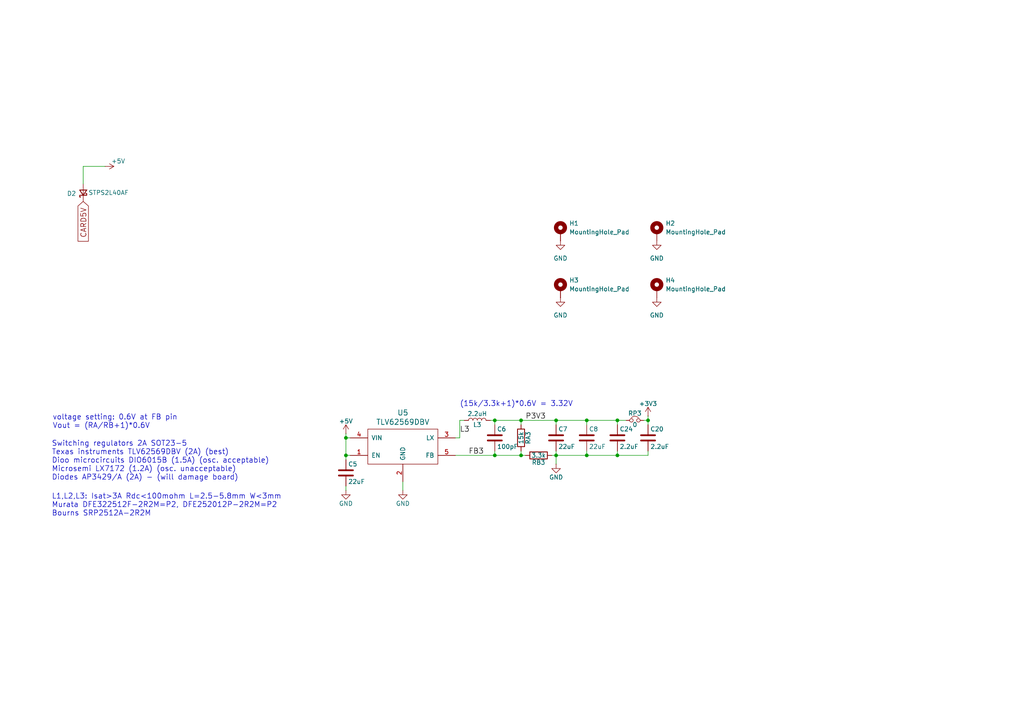
<source format=kicad_sch>
(kicad_sch (version 20250114) (generator "eeschema") (generator_version "9.0")
  (paper "A4")
  (title_block (title "Power Supply - 5V Input, 1.1V/2.5V/3.3V Rails") (date "2025-11-30") (rev "1.0.0") (comment 1 "filtering.") (comment 2 "(I/O). Decoupling capacitors for all FPGA power pins. Ferrite beads on each rail for noise") (comment 3 "Three TLV62569 buck converters generating 1.1V (FPGA core), 2.5V (FPGA aux), and 3.3V") (comment 4 "Power Dual 5V input (USB and Apple II card slot) through Schottky diode OR. "))
  (lib_symbols
    (symbol "Device:C" (pin_numbers (hide yes)) (pin_names (offset 0.254))
      (property "Reference" "C" (at 0.635 2.54 0))
      (property "Value" "C" (at 0.635 -2.54 0))
      (symbol "C_0_1"
        (polyline (pts (xy -2.032 0.762) (xy 2.032 0.762)) (stroke (width 0.508)))
        (polyline (pts (xy -2.032 -0.762) (xy 2.032 -0.762)) (stroke (width 0.508)))
      )
      (symbol "C_1_1"
        (pin passive line (at 0 3.81 270) (length 2.794) (name "~") (number "1"))
        (pin passive line (at 0 -3.81 90) (length 2.794) (name "~") (number "2"))
      )
    )
    (symbol "Device:D_Schottky_Small" (pin_numbers (hide yes)) (pin_names (offset 0.254) (hide yes))
      (property "Reference" "D" (at -1.27 2.032 0))
      (property "Value" "D_Schottky_Small" (at -7.112 -2.032 0))
      (symbol "D_Schottky_Small_0_1"
        (polyline (pts (xy -1.27 0.762) (xy -1.27 1.016) (xy -0.762 1.016) (xy -0.762 -1.016) (xy -0.254 -1.016) (xy -0.254 -0.762)) (stroke (width 0.254)))
        (polyline (pts (xy -0.762 0) (xy 0.762 0)))
        (polyline (pts (xy 0.762 -1.016) (xy -0.762 0) (xy 0.762 1.016) (xy 0.762 -1.016)) (stroke (width 0.254)))
      )
      (symbol "D_Schottky_Small_1_1"
        (pin passive line (at -2.54 0 0) (length 1.778) (name "K") (number "1"))
        (pin passive line (at 2.54 0 180) (length 1.778) (name "A") (number "2"))
      )
    )
    (symbol "Device:Jumper_NC_Small" (pin_numbers (hide yes)) (pin_names (offset 0.762) (hide yes))
      (property "Reference" "JP" (at 0 2.032 0))
      (property "Value" "Device_Jumper_NC_Small" (at 0.254 -1.524 0))
      (symbol "Jumper_NC_Small_0_1"
        (circle (center -1.016 0) (radius 0.508))
        (arc (start -1.016 0.762) (mid 0 1.1828) (end 1.016 0.762))
        (circle (center 1.016 0) (radius 0.508))
        (pin passive line (at -2.54 0 0) (length 1.016) (name "1") (number "1"))
        (pin passive line (at 2.54 0 180) (length 1.016) (name "2") (number "2"))
      )
    )
    (symbol "Device:L" (pin_numbers (hide yes)) (pin_names (offset 1.016) (hide yes))
      (property "Reference" "L" (at -1.27 0 90))
      (property "Value" "L" (at 1.905 0 90))
      (symbol "L_0_1"
        (arc (start 0 2.54) (mid 0.6323 1.905) (end 0 1.27))
        (arc (start 0 1.27) (mid 0.6323 0.635) (end 0 0))
        (arc (start 0 0) (mid 0.6323 -0.635) (end 0 -1.27))
        (arc (start 0 -1.27) (mid 0.6323 -1.905) (end 0 -2.54))
      )
      (symbol "L_1_1"
        (pin passive line (at 0 3.81 270) (length 1.27) (name "1") (number "1"))
        (pin passive line (at 0 -3.81 90) (length 1.27) (name "2") (number "2"))
      )
    )
    (symbol "Device:R" (pin_numbers (hide yes)) (pin_names (offset 0))
      (property "Reference" "R" (at 2.032 0 90))
      (property "Value" "R" (at 0 0 90))
      (symbol "R_0_1"
        (rectangle (start -1.016 -2.54) (end 1.016 2.54) (stroke (width 0.254)))
      )
      (symbol "R_1_1"
        (pin passive line (at 0 3.81 270) (length 1.27) (name "~") (number "1"))
        (pin passive line (at 0 -3.81 90) (length 1.27) (name "~") (number "2"))
      )
    )
    (symbol "Mechanical:MountingHole_Pad" (pin_numbers (hide yes)) (pin_names (offset 1.016) (hide yes)) (in_bom no)
      (property "Reference" "H" (at 0 6.35 0))
      (property "Value" "MountingHole_Pad" (at 0 4.445 0))
      (symbol "MountingHole_Pad_0_1"
        (circle (center 0 1.27) (radius 1.27) (stroke (width 1.27)))
      )
      (symbol "MountingHole_Pad_1_1"
        (pin input line (at 0 -2.54 90) (length 2.54) (name "1") (number "1"))
      )
    )
    (symbol "dcdc:DCDC" (pin_names (offset 1.016))
      (property "Reference" "U" (at 0 3.81 0))
      (property "Value" "DCDC" (at 0 1.27 0))
      (symbol "DCDC_0_1"
        (rectangle (start -10.16 5.08) (end 10.16 -5.08))
      )
      (symbol "DCDC_1_1"
        (pin input line (at -15.24 2.54 0) (length 5.08) (name "VIN") (number "4"))
        (pin input line (at -15.24 -2.54 0) (length 5.08) (name "EN") (number "1"))
        (pin input line (at 0 -10.16 90) (length 5.08) (name "GND") (number "2"))
        (pin input line (at 15.24 2.54 180) (length 5.08) (name "LX") (number "3"))
        (pin input line (at 15.24 -2.54 180) (length 5.08) (name "FB") (number "5"))
      )
    )
    (symbol "power:+3V3" (power) (pin_numbers (hide yes)) (pin_names (offset 0) (hide yes))
      (property "Value" "+3V3" (at 0 3.556 0))
      (symbol "+3V3_0_1"
        (polyline (pts (xy -0.762 1.27) (xy 0 2.54)))
        (polyline (pts (xy 0 2.54) (xy 0.762 1.27)))
        (polyline (pts (xy 0 0) (xy 0 2.54)))
      )
      (symbol "+3V3_1_1"
        (pin power_in line (at 0 0 90) (length 0) (name "~") (number "1"))
      )
    )
    (symbol "power:+5V" (power) (pin_numbers (hide yes)) (pin_names (offset 0) (hide yes))
      (property "Value" "+5V" (at 0 3.556 0))
      (symbol "+5V_0_1"
        (polyline (pts (xy -0.762 1.27) (xy 0 2.54)))
        (polyline (pts (xy 0 2.54) (xy 0.762 1.27)))
        (polyline (pts (xy 0 0) (xy 0 2.54)))
      )
      (symbol "+5V_1_1"
        (pin power_in line (at 0 0 90) (length 0) (name "~") (number "1"))
      )
    )
    (symbol "power:GND" (power) (pin_numbers (hide yes)) (pin_names (offset 0) (hide yes))
      (property "Value" "GND" (at 0 -3.81 0))
      (symbol "GND_0_1"
        (polyline (pts (xy 0 0) (xy 0 -1.27) (xy 1.27 -1.27) (xy 0 -2.54) (xy -1.27 -1.27) (xy 0 -1.27)))
      )
      (symbol "GND_1_1"
        (pin power_in line (at 0 0 270) (length 0) (name "~") (number "1"))
      )
    )
  )
  (text "Switching regulators 2A SOT23-5\nTexas instruments TLV62569DBV (2A) (best)\nDioo microcircuits DIO6015B (1.5A) (osc. acceptable)\nMicrosemi LX7172 (1.2A) (osc. unacceptable)\nDiodes AP3429/A (2A) - (will damage board)\n" (at 14.986 139.446 0) (effects (font (size 1.524 1.524)) (justify left bottom)))
  (text "L1,L2,L3: Isat>3A Rdc<100mohm L=2.5-5.8mm W<3mm\nMurata DFE322512F-2R2M=P2, DFE252012P-2R2M=P2\nBourns SRP2512A-2R2M" (at 14.986 149.86 0) (effects (font (size 1.524 1.524)) (justify left bottom)))
  (text "(15k/3.3k+1)*0.6V = 3.32V\n" (at 133.35 118.11 0) (effects (font (size 1.524 1.524)) (justify left bottom)))
  (text "voltage setting: 0.6V at FB pin\nVout = (RA/RB+1)*0.6V\n" (at 15.24 124.46 0) (effects (font (size 1.524 1.524)) (justify left bottom)))
  (junction (at 143.51 132.08))
  (junction (at 151.13 132.08))
  (junction (at 143.51 121.92))
  (junction (at 161.29 132.08))
  (junction (at 179.07 132.08))
  (junction (at 179.07 121.92))
  (junction (at 161.29 121.92))
  (junction (at 170.18 132.08))
  (junction (at 187.96 121.92))
  (junction (at 170.18 121.92))
  (junction (at 100.33 127))
  (junction (at 100.33 132.08))
  (junction (at 151.13 121.92))
  (wire (pts (xy 151.13 132.08) (xy 151.13 130.81)))
  (wire (pts (xy 161.29 130.81) (xy 161.29 132.08)))
  (wire (pts (xy 100.33 127) (xy 100.33 132.08)))
  (wire (pts (xy 161.29 121.92) (xy 161.29 123.19)))
  (wire (pts (xy 143.51 130.81) (xy 143.51 132.08)))
  (wire (pts (xy 151.13 132.08) (xy 152.4 132.08)))
  (wire (pts (xy 170.18 121.92) (xy 170.18 123.19)))
  (wire (pts (xy 186.69 121.92) (xy 187.96 121.92)))
  (wire (pts (xy 24.13 48.26) (xy 24.13 53.34)))
  (wire (pts (xy 151.13 121.92) (xy 161.29 121.92)))
  (wire (pts (xy 179.07 132.08) (xy 187.96 132.08)))
  (wire (pts (xy 161.29 132.08) (xy 161.29 134.62)))
  (wire (pts (xy 132.08 132.08) (xy 143.51 132.08)))
  (wire (pts (xy 161.29 121.92) (xy 170.18 121.92)))
  (wire (pts (xy 143.51 123.19) (xy 143.51 121.92)))
  (wire (pts (xy 187.96 121.92) (xy 187.96 123.19)))
  (wire (pts (xy 100.33 140.97) (xy 100.33 142.24)))
  (wire (pts (xy 100.33 132.08) (xy 101.6 132.08)))
  (wire (pts (xy 187.96 120.65) (xy 187.96 121.92)))
  (wire (pts (xy 170.18 132.08) (xy 170.18 130.81)))
  (wire (pts (xy 187.96 132.08) (xy 187.96 130.81)))
  (wire (pts (xy 100.33 132.08) (xy 100.33 133.35)))
  (wire (pts (xy 179.07 121.92) (xy 181.61 121.92)))
  (wire (pts (xy 133.35 127) (xy 132.08 127)))
  (wire (pts (xy 179.07 132.08) (xy 179.07 130.81)))
  (wire (pts (xy 151.13 121.92) (xy 151.13 123.19)))
  (wire (pts (xy 143.51 121.92) (xy 151.13 121.92)))
  (wire (pts (xy 143.51 132.08) (xy 151.13 132.08)))
  (wire (pts (xy 100.33 125.73) (xy 100.33 127)))
  (wire (pts (xy 100.33 127) (xy 101.6 127)))
  (wire (pts (xy 142.24 121.92) (xy 143.51 121.92)))
  (wire (pts (xy 24.13 48.26) (xy 30.48 48.26)))
  (wire (pts (xy 116.84 139.7) (xy 116.84 142.24)))
  (wire (pts (xy 133.35 121.92) (xy 134.62 121.92)))
  (wire (pts (xy 170.18 132.08) (xy 179.07 132.08)))
  (wire (pts (xy 161.29 132.08) (xy 170.18 132.08)))
  (wire (pts (xy 179.07 121.92) (xy 179.07 123.19)))
  (wire (pts (xy 160.02 132.08) (xy 161.29 132.08)))
  (wire (pts (xy 170.18 121.92) (xy 179.07 121.92)))
  (wire (pts (xy 133.35 121.92) (xy 133.35 127)))
  (label "FB3" (at 135.89 132.08 0) (effects (font (size 1.524 1.524))))
  (label "L3" (at 133.35 125.73 0) (effects (font (size 1.524 1.524))))
  (label "P3V3" (at 152.4 121.92 0) (effects (font (size 1.524 1.524))))
  (global_label "CARD5V" (shape input) (at 24.13 58.42 270) (effects (font (size 1.524 1.524))) (property "Intersheetrefs" "${INTERSHEET_REFS}" (effects (hide yes))))
  (symbol (lib_id "power:GND") (at 116.84 142.24 0) (unit 1)
    (property "Reference" "#PWR074" (effects (hide yes)))
    (property "Value" "GND" (at 116.84 146.05 0))
  )
  (symbol (lib_id "power:+5V") (at 100.33 125.73 0) (unit 1)
    (property "Reference" "#PWR069" (effects (hide yes)))
    (property "Value" "+5V" (at 100.33 122.174 0))
  )
  (symbol (lib_id "power:GND") (at 100.33 142.24 0) (unit 1)
    (property "Reference" "#PWR070" (effects (hide yes)))
    (property "Value" "GND" (at 100.33 146.05 0))
  )
  (symbol (lib_id "Device:C") (at 100.33 137.16 0) (unit 1)
    (property "Reference" "C5" (at 100.965 134.62 0) (effects (justify left)))
    (property "Value" "22uF" (at 100.965 139.7 0) (effects (justify left)))
    (property "Footprint" "Capacitor_SMD:C_0805_2012Metric" (effects (hide yes)))
    (property "MPN" "CC0805ZKY5V5BB226 " (effects (hide yes)))
  )
  (symbol (lib_id "Device:C") (at 143.51 127 0) (unit 1)
    (property "Reference" "C6" (at 144.145 124.46 0) (effects (justify left)))
    (property "Value" "100pF" (at 144.145 129.54 0) (effects (justify left)))
    (property "Footprint" "Capacitor_SMD:C_0603_1608Metric" (effects (hide yes)))
  )
  (symbol (lib_id "Device:R") (at 151.13 127 0) (unit 1)
    (property "Reference" "RA3" (at 153.162 127 90))
    (property "Value" "15k" (at 151.13 127 90))
    (property "Footprint" "Resistor_SMD:R_0603_1608Metric" (effects (hide yes)))
  )
  (symbol (lib_id "Device:R") (at 156.21 132.08 270) (unit 1)
    (property "Reference" "RB3" (at 156.21 134.112 90))
    (property "Value" "3.3k" (at 156.21 132.08 90))
    (property "Footprint" "Resistor_SMD:R_0603_1608Metric" (effects (hide yes)))
    (property "MNF1_URL" "www.yageo.com" (effects (hide yes)))
    (property "MPN" "RT0603FRE073K3L" (effects (hide yes)))
    (property "Mouser" "603-RC0603FR-073K3L" (effects (hide yes)))
    (property "Mouse_r2" "603-RC0603FR-103K3L" (effects (hide yes)))
    (property "Digikey" "YAG3605CT-ND" (effects (hide yes)))
    (property "Newark" "94X1577" (effects (hide yes)))
    (property "LCSC" "C425629" (effects (hide yes)))
    (property "Koncar" "FR009" (effects (hide yes)))
  )
  (symbol (lib_id "power:GND") (at 161.29 134.62 0) (unit 1)
    (property "Reference" "#PWR077" (effects (hide yes)))
    (property "Value" "GND" (at 161.29 138.43 0))
  )
  (symbol (lib_id "Device:C") (at 161.29 127 0) (unit 1)
    (property "Reference" "C7" (at 161.925 124.46 0) (effects (justify left)))
    (property "Value" "22uF" (at 161.925 129.54 0) (effects (justify left)))
    (property "Footprint" "Capacitor_SMD:C_0805_2012Metric" (effects (hide yes)))
  )
  (symbol (lib_id "Device:C") (at 170.18 127 0) (unit 1)
    (property "Reference" "C8" (at 170.815 124.46 0) (effects (justify left)))
    (property "Value" "22uF" (at 170.815 129.54 0) (effects (justify left)))
    (property "Footprint" "Capacitor_SMD:C_0805_2012Metric" (effects (hide yes)))
  )
  (symbol (lib_id "power:+3V3") (at 187.96 120.65 0) (unit 1)
    (property "Reference" "#PWR080" (effects (hide yes)))
    (property "Value" "+3V3" (at 187.96 117.094 0))
  )
  (symbol (lib_id "Device:C") (at 187.96 127 0) (unit 1)
    (property "Reference" "C20" (at 188.595 124.46 0) (effects (justify left)))
    (property "Value" "2.2uF" (at 188.595 129.54 0) (effects (justify left)))
    (property "Footprint" "Capacitor_SMD:C_0805_2012Metric" (effects (hide yes)))
  )
  (symbol (lib_id "Device:C") (at 179.07 127 0) (unit 1)
    (property "Reference" "C24" (at 179.705 124.46 0) (effects (justify left)))
    (property "Value" "2.2uF" (at 179.705 129.54 0) (effects (justify left)))
    (property "Footprint" "Capacitor_SMD:C_0805_2012Metric" (effects (hide yes)))
  )
  (symbol (lib_id "Device:Jumper_NC_Small") (at 184.15 121.92 0) (unit 1)
    (property "Reference" "RP3" (at 184.15 119.888 0))
    (property "Value" "0" (at 184.15 123.19 0))
    (property "Footprint" "jumper:R_0805_2012Metric_Pad1.29x1.40mm_HandSolder_Jumper_NC" (effects (hide yes)))
    (property "Note" "Leave empty" (effects (hide yes)))
  )
  (symbol (lib_id "Device:L") (at 138.43 121.92 90) (unit 1)
    (property "Reference" "L3" (at 138.43 123.19 90))
    (property "Value" "2.2uH" (at 138.43 120.015 90))
    (property "Footprint" "L_1008_1210:L_1008_1210" (effects (hide yes)))
    (property "Datasheet" "http://psearch.en.murata.com/inductor/product/DFE252012PD-2R2M%23.pdf" (effects (hide yes)))
  )
  (symbol (lib_id "dcdc:DCDC") (at 116.84 129.54 0) (unit 1)
    (property "Reference" "U5" (at 116.84 119.7102 0) (effects (font (size 1.524 1.524))))
    (property "Value" "TLV62569DBV" (at 116.84 122.4026 0) (effects (font (size 1.524 1.524))))
    (property "Footprint" "TSOT-25:TSOT-25" (effects (hide yes)))
    (property "Datasheet" "http://www.ti.com/lit/ds/symlink/tlv62569.pdf" (effects (hide yes)))
    (property "MNF1_URL" "www.ti.com" (effects (hide yes)))
    (property "MPN" "TLV62569DBVR" (effects (hide yes)))
    (property "Mouser" "595-TLV62569DBVR" (effects (hide yes)))
  )
  (symbol (lib_id "power:GND") (at 190.5 69.85 0) (unit 1)
    (property "Reference" "#PWR023" (effects (hide yes)))
    (property "Value" "GND" (at 190.5 74.93 0))
    (property "Description" "Power symbol creates a global label with name \"GND\" , ground" (effects (hide yes)))
  )
  (symbol (lib_id "Mechanical:MountingHole_Pad") (at 190.5 67.31 0) (unit 1) (in_bom no)
    (property "Reference" "H2" (at 193.04 64.7699 0) (effects (justify left)))
    (property "Value" "MountingHole_Pad" (at 193.04 67.3099 0) (effects (justify left)))
    (property "Footprint" "MountingHole:MountingHole_3mm_Pad" (effects (hide yes)))
    (property "Description" "Mounting Hole with connection" (effects (hide yes)))
  )
  (symbol (lib_id "power:GND") (at 162.56 69.85 0) (unit 1)
    (property "Reference" "#PWR021" (effects (hide yes)))
    (property "Value" "GND" (at 162.56 74.93 0))
    (property "Description" "Power symbol creates a global label with name \"GND\" , ground" (effects (hide yes)))
  )
  (symbol (lib_id "Mechanical:MountingHole_Pad") (at 162.56 67.31 0) (unit 1) (in_bom no)
    (property "Reference" "H1" (at 165.1 64.7699 0) (effects (justify left)))
    (property "Value" "MountingHole_Pad" (at 165.1 67.3099 0) (effects (justify left)))
    (property "Footprint" "MountingHole:MountingHole_3mm_Pad" (effects (hide yes)))
    (property "Description" "Mounting Hole with connection" (effects (hide yes)))
  )
  (symbol (lib_id "power:GND") (at 162.56 86.36 0) (unit 1)
    (property "Reference" "#PWR025" (effects (hide yes)))
    (property "Value" "GND" (at 162.56 91.44 0))
    (property "Description" "Power symbol creates a global label with name \"GND\" , ground" (effects (hide yes)))
  )
  (symbol (lib_id "power:GND") (at 190.5 86.36 0) (unit 1)
    (property "Reference" "#PWR041" (effects (hide yes)))
    (property "Value" "GND" (at 190.5 91.44 0))
    (property "Description" "Power symbol creates a global label with name \"GND\" , ground" (effects (hide yes)))
  )
  (symbol (lib_id "Mechanical:MountingHole_Pad") (at 162.56 83.82 0) (unit 1) (in_bom no)
    (property "Reference" "H3" (at 165.1 81.2799 0) (effects (justify left)))
    (property "Value" "MountingHole_Pad" (at 165.1 83.8199 0) (effects (justify left)))
    (property "Footprint" "MountingHole:MountingHole_3mm_Pad" (effects (hide yes)))
    (property "Description" "Mounting Hole with connection" (effects (hide yes)))
  )
  (symbol (lib_id "power:+5V") (at 30.48 48.26 270) (unit 1)
    (property "Reference" "#PWR01" (effects (hide yes)))
    (property "Value" "+5V" (at 34.29 46.736 90))
  )
  (symbol (lib_id "Mechanical:MountingHole_Pad") (at 190.5 83.82 0) (unit 1) (in_bom no)
    (property "Reference" "H4" (at 193.04 81.2799 0) (effects (justify left)))
    (property "Value" "MountingHole_Pad" (at 193.04 83.8199 0) (effects (justify left)))
    (property "Footprint" "MountingHole:MountingHole_3mm_Pad" (effects (hide yes)))
    (property "Description" "Mounting Hole with connection" (effects (hide yes)))
  )
  (symbol (lib_id "Device:D_Schottky_Small") (at 24.13 55.88 90) (unit 1)
    (property "Reference" "D2" (at 22.098 56.134 90) (effects (justify left)))
    (property "Value" "STPS2L40AF" (at 37.338 55.88 90) (effects (justify left)))
    (property "Footprint" "Diode_SMD:D_SMA" (effects (hide yes)))
    (property "MNF1_URL" "www.st.com" (effects (hide yes)))
    (property "MPN" "STPS2L30AF" (effects (hide yes)))
    (property "Mouser" "511-STPS2L40AF" (effects (hide yes)))
    (property "Digikey" "497-12310-1-ND" (effects (hide yes)))
    (property "Newark" "69AH2828" (effects (hide yes)))
    (property "AvnetEU" "STPS2L30AF" (effects (hide yes)))
    (property "LCSC" "C111630" (effects (hide yes)))
    (property "price100_AvnetEU" "0.22121$" (effects (hide yes)))
    (property "Koncar" "FV008" (effects (hide yes)))
  )
)
</source>
